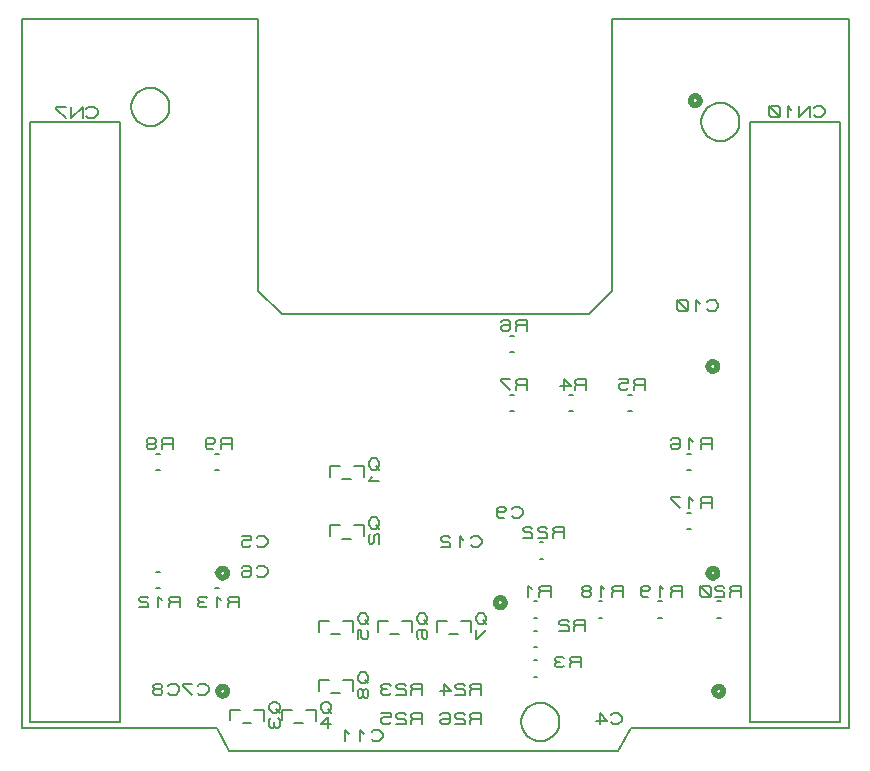
<source format=gbr>
G04 PROTEUS GERBER X2 FILE*
%TF.GenerationSoftware,Labcenter,Proteus,8.12-SP0-Build30713*%
%TF.CreationDate,2021-08-02T00:20:26+00:00*%
%TF.FileFunction,Legend,Bot*%
%TF.FilePolarity,Positive*%
%TF.Part,Single*%
%TF.SameCoordinates,{4cff7d1c-7656-49df-93de-6e2fb68f4e0e}*%
%FSLAX45Y45*%
%MOMM*%
G01*
%TA.AperFunction,Profile*%
%ADD21C,0.203200*%
%TA.AperFunction,Material*%
%ADD25C,0.203200*%
%ADD29C,0.508000*%
%ADD27C,0.200000*%
%TD.AperFunction*%
D21*
X+0Y+0D02*
X+1650000Y+0D01*
X+7000000Y+0D02*
X+7000000Y+6000000D01*
X+5000000Y+6000000D01*
X+5000000Y+3700000D01*
X+4800000Y+3500000D01*
X+2200000Y+3500000D01*
X+2000000Y+3700000D02*
X+2000000Y+6000000D01*
X+0Y+6000000D01*
X+0Y+0D01*
X+2000000Y+3700000D02*
X+2200000Y+3500000D01*
X+5160000Y+0D02*
X+7000000Y+0D01*
X+1750000Y-200000D02*
X+5050000Y-200000D01*
X+1650000Y+0D02*
X+1750000Y-200000D01*
X+5160000Y+0D02*
X+5050000Y-200000D01*
X+4550045Y+50000D02*
X+4549508Y+63142D01*
X+4545144Y+89427D01*
X+4536029Y+115712D01*
X+4521182Y+141997D01*
X+4498470Y+168118D01*
X+4472185Y+187898D01*
X+4445900Y+200658D01*
X+4419615Y+208108D01*
X+4393330Y+210987D01*
X+4389000Y+211045D01*
X+4227955Y+50000D02*
X+4228492Y+63142D01*
X+4232856Y+89427D01*
X+4241971Y+115712D01*
X+4256818Y+141997D01*
X+4279530Y+168118D01*
X+4305815Y+187898D01*
X+4332100Y+200658D01*
X+4358385Y+208108D01*
X+4384670Y+210987D01*
X+4389000Y+211045D01*
X+4227955Y+50000D02*
X+4228492Y+36858D01*
X+4232856Y+10573D01*
X+4241971Y-15712D01*
X+4256818Y-41997D01*
X+4279530Y-68118D01*
X+4305815Y-87898D01*
X+4332100Y-100658D01*
X+4358385Y-108108D01*
X+4384670Y-110987D01*
X+4389000Y-111045D01*
X+4550045Y+50000D02*
X+4549508Y+36858D01*
X+4545144Y+10573D01*
X+4536029Y-15712D01*
X+4521182Y-41997D01*
X+4498470Y-68118D01*
X+4472185Y-87898D01*
X+4445900Y-100658D01*
X+4419615Y-108108D01*
X+4393330Y-110987D01*
X+4389000Y-111045D01*
X+6074045Y+5130000D02*
X+6073508Y+5143142D01*
X+6069144Y+5169427D01*
X+6060029Y+5195712D01*
X+6045182Y+5221997D01*
X+6022470Y+5248118D01*
X+5996185Y+5267898D01*
X+5969900Y+5280658D01*
X+5943615Y+5288108D01*
X+5917330Y+5290987D01*
X+5913000Y+5291045D01*
X+5751955Y+5130000D02*
X+5752492Y+5143142D01*
X+5756856Y+5169427D01*
X+5765971Y+5195712D01*
X+5780818Y+5221997D01*
X+5803530Y+5248118D01*
X+5829815Y+5267898D01*
X+5856100Y+5280658D01*
X+5882385Y+5288108D01*
X+5908670Y+5290987D01*
X+5913000Y+5291045D01*
X+5751955Y+5130000D02*
X+5752492Y+5116858D01*
X+5756856Y+5090573D01*
X+5765971Y+5064288D01*
X+5780818Y+5038003D01*
X+5803530Y+5011882D01*
X+5829815Y+4992102D01*
X+5856100Y+4979342D01*
X+5882385Y+4971892D01*
X+5908670Y+4969013D01*
X+5913000Y+4968955D01*
X+6074045Y+5130000D02*
X+6073508Y+5116858D01*
X+6069144Y+5090573D01*
X+6060029Y+5064288D01*
X+6045182Y+5038003D01*
X+6022470Y+5011882D01*
X+5996185Y+4992102D01*
X+5969900Y+4979342D01*
X+5943615Y+4971892D01*
X+5917330Y+4969013D01*
X+5913000Y+4968955D01*
X+1248045Y+5257000D02*
X+1247508Y+5270142D01*
X+1243144Y+5296427D01*
X+1234029Y+5322712D01*
X+1219182Y+5348997D01*
X+1196470Y+5375118D01*
X+1170185Y+5394898D01*
X+1143900Y+5407658D01*
X+1117615Y+5415108D01*
X+1091330Y+5417987D01*
X+1087000Y+5418045D01*
X+925955Y+5257000D02*
X+926492Y+5270142D01*
X+930856Y+5296427D01*
X+939971Y+5322712D01*
X+954818Y+5348997D01*
X+977530Y+5375118D01*
X+1003815Y+5394898D01*
X+1030100Y+5407658D01*
X+1056385Y+5415108D01*
X+1082670Y+5417987D01*
X+1087000Y+5418045D01*
X+925955Y+5257000D02*
X+926492Y+5243858D01*
X+930856Y+5217573D01*
X+939971Y+5191288D01*
X+954818Y+5165003D01*
X+977530Y+5138882D01*
X+1003815Y+5119102D01*
X+1030100Y+5106342D01*
X+1056385Y+5098892D01*
X+1082670Y+5096013D01*
X+1087000Y+5095955D01*
X+1248045Y+5257000D02*
X+1247508Y+5243858D01*
X+1243144Y+5217573D01*
X+1234029Y+5191288D01*
X+1219182Y+5165003D01*
X+1196470Y+5138882D01*
X+1170185Y+5119102D01*
X+1143900Y+5106342D01*
X+1117615Y+5098892D01*
X+1091330Y+5096013D01*
X+1087000Y+5095955D01*
D25*
X+70000Y+46000D02*
X+830000Y+46000D01*
X+830000Y+5126000D01*
X+70000Y+5126000D01*
X+70000Y+46000D01*
X+545250Y+5181880D02*
X+561125Y+5166640D01*
X+608750Y+5166640D01*
X+640500Y+5197120D01*
X+640500Y+5227600D01*
X+608750Y+5258080D01*
X+561125Y+5258080D01*
X+545250Y+5242840D01*
X+513500Y+5166640D02*
X+513500Y+5258080D01*
X+418250Y+5166640D01*
X+418250Y+5258080D01*
X+370625Y+5258080D02*
X+291250Y+5258080D01*
X+291250Y+5242840D01*
X+370625Y+5166640D01*
X+6166000Y+50000D02*
X+6926000Y+50000D01*
X+6926000Y+5130000D01*
X+6166000Y+5130000D01*
X+6166000Y+50000D01*
X+6704750Y+5185880D02*
X+6720625Y+5170640D01*
X+6768250Y+5170640D01*
X+6800000Y+5201120D01*
X+6800000Y+5231600D01*
X+6768250Y+5262080D01*
X+6720625Y+5262080D01*
X+6704750Y+5246840D01*
X+6673000Y+5170640D02*
X+6673000Y+5262080D01*
X+6577750Y+5170640D01*
X+6577750Y+5262080D01*
X+6514250Y+5231600D02*
X+6482500Y+5262080D01*
X+6482500Y+5170640D01*
X+6419000Y+5185880D02*
X+6419000Y+5246840D01*
X+6403125Y+5262080D01*
X+6339625Y+5262080D01*
X+6323750Y+5246840D01*
X+6323750Y+5185880D01*
X+6339625Y+5170640D01*
X+6403125Y+5170640D01*
X+6419000Y+5185880D01*
X+6419000Y+5170640D02*
X+6323750Y+5262080D01*
D29*
X+5938100Y+309500D02*
X+5937969Y+312658D01*
X+5936903Y+318976D01*
X+5934672Y+325294D01*
X+5931027Y+331612D01*
X+5925452Y+337851D01*
X+5919134Y+342447D01*
X+5912816Y+345380D01*
X+5906498Y+347042D01*
X+5900180Y+347600D01*
X+5900000Y+347600D01*
X+5861900Y+309500D02*
X+5862031Y+312658D01*
X+5863097Y+318976D01*
X+5865328Y+325294D01*
X+5868973Y+331612D01*
X+5874548Y+337851D01*
X+5880866Y+342447D01*
X+5887184Y+345380D01*
X+5893502Y+347042D01*
X+5899820Y+347600D01*
X+5900000Y+347600D01*
X+5861900Y+309500D02*
X+5862031Y+306342D01*
X+5863097Y+300024D01*
X+5865328Y+293706D01*
X+5868973Y+287388D01*
X+5874548Y+281149D01*
X+5880866Y+276553D01*
X+5887184Y+273620D01*
X+5893502Y+271958D01*
X+5899820Y+271400D01*
X+5900000Y+271400D01*
X+5938100Y+309500D02*
X+5937969Y+306342D01*
X+5936903Y+300024D01*
X+5934672Y+293706D01*
X+5931027Y+287388D01*
X+5925452Y+281149D01*
X+5919134Y+276553D01*
X+5912816Y+273620D01*
X+5906498Y+271958D01*
X+5900180Y+271400D01*
X+5900000Y+271400D01*
X+5888100Y+1309500D02*
X+5887969Y+1312658D01*
X+5886903Y+1318976D01*
X+5884672Y+1325294D01*
X+5881027Y+1331612D01*
X+5875452Y+1337851D01*
X+5869134Y+1342447D01*
X+5862816Y+1345380D01*
X+5856498Y+1347042D01*
X+5850180Y+1347600D01*
X+5850000Y+1347600D01*
X+5811900Y+1309500D02*
X+5812031Y+1312658D01*
X+5813097Y+1318976D01*
X+5815328Y+1325294D01*
X+5818973Y+1331612D01*
X+5824548Y+1337851D01*
X+5830866Y+1342447D01*
X+5837184Y+1345380D01*
X+5843502Y+1347042D01*
X+5849820Y+1347600D01*
X+5850000Y+1347600D01*
X+5811900Y+1309500D02*
X+5812031Y+1306342D01*
X+5813097Y+1300024D01*
X+5815328Y+1293706D01*
X+5818973Y+1287388D01*
X+5824548Y+1281149D01*
X+5830866Y+1276553D01*
X+5837184Y+1273620D01*
X+5843502Y+1271958D01*
X+5849820Y+1271400D01*
X+5850000Y+1271400D01*
X+5888100Y+1309500D02*
X+5887969Y+1306342D01*
X+5886903Y+1300024D01*
X+5884672Y+1293706D01*
X+5881027Y+1287388D01*
X+5875452Y+1281149D01*
X+5869134Y+1276553D01*
X+5862816Y+1273620D01*
X+5856498Y+1271958D01*
X+5850180Y+1271400D01*
X+5850000Y+1271400D01*
X+5888100Y+3059500D02*
X+5887969Y+3062658D01*
X+5886903Y+3068976D01*
X+5884672Y+3075294D01*
X+5881027Y+3081612D01*
X+5875452Y+3087851D01*
X+5869134Y+3092447D01*
X+5862816Y+3095380D01*
X+5856498Y+3097042D01*
X+5850180Y+3097600D01*
X+5850000Y+3097600D01*
X+5811900Y+3059500D02*
X+5812031Y+3062658D01*
X+5813097Y+3068976D01*
X+5815328Y+3075294D01*
X+5818973Y+3081612D01*
X+5824548Y+3087851D01*
X+5830866Y+3092447D01*
X+5837184Y+3095380D01*
X+5843502Y+3097042D01*
X+5849820Y+3097600D01*
X+5850000Y+3097600D01*
X+5811900Y+3059500D02*
X+5812031Y+3056342D01*
X+5813097Y+3050024D01*
X+5815328Y+3043706D01*
X+5818973Y+3037388D01*
X+5824548Y+3031149D01*
X+5830866Y+3026553D01*
X+5837184Y+3023620D01*
X+5843502Y+3021958D01*
X+5849820Y+3021400D01*
X+5850000Y+3021400D01*
X+5888100Y+3059500D02*
X+5887969Y+3056342D01*
X+5886903Y+3050024D01*
X+5884672Y+3043706D01*
X+5881027Y+3037388D01*
X+5875452Y+3031149D01*
X+5869134Y+3026553D01*
X+5862816Y+3023620D01*
X+5856498Y+3021958D01*
X+5850180Y+3021400D01*
X+5850000Y+3021400D01*
X+1738100Y+1309500D02*
X+1737969Y+1312658D01*
X+1736903Y+1318976D01*
X+1734672Y+1325294D01*
X+1731027Y+1331612D01*
X+1725452Y+1337851D01*
X+1719134Y+1342447D01*
X+1712816Y+1345380D01*
X+1706498Y+1347042D01*
X+1700180Y+1347600D01*
X+1700000Y+1347600D01*
X+1661900Y+1309500D02*
X+1662031Y+1312658D01*
X+1663097Y+1318976D01*
X+1665328Y+1325294D01*
X+1668973Y+1331612D01*
X+1674548Y+1337851D01*
X+1680866Y+1342447D01*
X+1687184Y+1345380D01*
X+1693502Y+1347042D01*
X+1699820Y+1347600D01*
X+1700000Y+1347600D01*
X+1661900Y+1309500D02*
X+1662031Y+1306342D01*
X+1663097Y+1300024D01*
X+1665328Y+1293706D01*
X+1668973Y+1287388D01*
X+1674548Y+1281149D01*
X+1680866Y+1276553D01*
X+1687184Y+1273620D01*
X+1693502Y+1271958D01*
X+1699820Y+1271400D01*
X+1700000Y+1271400D01*
X+1738100Y+1309500D02*
X+1737969Y+1306342D01*
X+1736903Y+1300024D01*
X+1734672Y+1293706D01*
X+1731027Y+1287388D01*
X+1725452Y+1281149D01*
X+1719134Y+1276553D01*
X+1712816Y+1273620D01*
X+1706498Y+1271958D01*
X+1700180Y+1271400D01*
X+1700000Y+1271400D01*
X+1738100Y+309500D02*
X+1737969Y+312658D01*
X+1736903Y+318976D01*
X+1734672Y+325294D01*
X+1731027Y+331612D01*
X+1725452Y+337851D01*
X+1719134Y+342447D01*
X+1712816Y+345380D01*
X+1706498Y+347042D01*
X+1700180Y+347600D01*
X+1700000Y+347600D01*
X+1661900Y+309500D02*
X+1662031Y+312658D01*
X+1663097Y+318976D01*
X+1665328Y+325294D01*
X+1668973Y+331612D01*
X+1674548Y+337851D01*
X+1680866Y+342447D01*
X+1687184Y+345380D01*
X+1693502Y+347042D01*
X+1699820Y+347600D01*
X+1700000Y+347600D01*
X+1661900Y+309500D02*
X+1662031Y+306342D01*
X+1663097Y+300024D01*
X+1665328Y+293706D01*
X+1668973Y+287388D01*
X+1674548Y+281149D01*
X+1680866Y+276553D01*
X+1687184Y+273620D01*
X+1693502Y+271958D01*
X+1699820Y+271400D01*
X+1700000Y+271400D01*
X+1738100Y+309500D02*
X+1737969Y+306342D01*
X+1736903Y+300024D01*
X+1734672Y+293706D01*
X+1731027Y+287388D01*
X+1725452Y+281149D01*
X+1719134Y+276553D01*
X+1712816Y+273620D01*
X+1706498Y+271958D01*
X+1700180Y+271400D01*
X+1700000Y+271400D01*
X+4088100Y+1059500D02*
X+4087969Y+1062658D01*
X+4086903Y+1068976D01*
X+4084672Y+1075294D01*
X+4081027Y+1081612D01*
X+4075452Y+1087851D01*
X+4069134Y+1092447D01*
X+4062816Y+1095380D01*
X+4056498Y+1097042D01*
X+4050180Y+1097600D01*
X+4050000Y+1097600D01*
X+4011900Y+1059500D02*
X+4012031Y+1062658D01*
X+4013097Y+1068976D01*
X+4015328Y+1075294D01*
X+4018973Y+1081612D01*
X+4024548Y+1087851D01*
X+4030866Y+1092447D01*
X+4037184Y+1095380D01*
X+4043502Y+1097042D01*
X+4049820Y+1097600D01*
X+4050000Y+1097600D01*
X+4011900Y+1059500D02*
X+4012031Y+1056342D01*
X+4013097Y+1050024D01*
X+4015328Y+1043706D01*
X+4018973Y+1037388D01*
X+4024548Y+1031149D01*
X+4030866Y+1026553D01*
X+4037184Y+1023620D01*
X+4043502Y+1021958D01*
X+4049820Y+1021400D01*
X+4050000Y+1021400D01*
X+4088100Y+1059500D02*
X+4087969Y+1056342D01*
X+4086903Y+1050024D01*
X+4084672Y+1043706D01*
X+4081027Y+1037388D01*
X+4075452Y+1031149D01*
X+4069134Y+1026553D01*
X+4062816Y+1023620D01*
X+4056498Y+1021958D01*
X+4050180Y+1021400D01*
X+4050000Y+1021400D01*
X+5738100Y+5309500D02*
X+5737969Y+5312658D01*
X+5736903Y+5318976D01*
X+5734672Y+5325294D01*
X+5731027Y+5331612D01*
X+5725452Y+5337851D01*
X+5719134Y+5342447D01*
X+5712816Y+5345380D01*
X+5706498Y+5347042D01*
X+5700180Y+5347600D01*
X+5700000Y+5347600D01*
X+5661900Y+5309500D02*
X+5662031Y+5312658D01*
X+5663097Y+5318976D01*
X+5665328Y+5325294D01*
X+5668973Y+5331612D01*
X+5674548Y+5337851D01*
X+5680866Y+5342447D01*
X+5687184Y+5345380D01*
X+5693502Y+5347042D01*
X+5699820Y+5347600D01*
X+5700000Y+5347600D01*
X+5661900Y+5309500D02*
X+5662031Y+5306342D01*
X+5663097Y+5300024D01*
X+5665328Y+5293706D01*
X+5668973Y+5287388D01*
X+5674548Y+5281149D01*
X+5680866Y+5276553D01*
X+5687184Y+5273620D01*
X+5693502Y+5271958D01*
X+5699820Y+5271400D01*
X+5700000Y+5271400D01*
X+5738100Y+5309500D02*
X+5737969Y+5306342D01*
X+5736903Y+5300024D01*
X+5734672Y+5293706D01*
X+5731027Y+5287388D01*
X+5725452Y+5281149D01*
X+5719134Y+5276553D01*
X+5712816Y+5273620D01*
X+5706498Y+5271958D01*
X+5700180Y+5271400D01*
X+5700000Y+5271400D01*
D27*
X+4365000Y+930000D02*
X+4335000Y+930000D01*
X+4365000Y+1070000D02*
X+4335000Y+1070000D01*
D25*
X+4477000Y+1110480D02*
X+4477000Y+1201920D01*
X+4397625Y+1201920D01*
X+4381750Y+1186680D01*
X+4381750Y+1171440D01*
X+4397625Y+1156200D01*
X+4477000Y+1156200D01*
X+4397625Y+1156200D02*
X+4381750Y+1140960D01*
X+4381750Y+1110480D01*
X+4318250Y+1171440D02*
X+4286500Y+1201920D01*
X+4286500Y+1110480D01*
D27*
X+4365000Y+680000D02*
X+4335000Y+680000D01*
X+4365000Y+820000D02*
X+4335000Y+820000D01*
D25*
X+4770500Y+821980D02*
X+4770500Y+913420D01*
X+4691125Y+913420D01*
X+4675250Y+898180D01*
X+4675250Y+882940D01*
X+4691125Y+867700D01*
X+4770500Y+867700D01*
X+4691125Y+867700D02*
X+4675250Y+852460D01*
X+4675250Y+821980D01*
X+4627625Y+898180D02*
X+4611750Y+913420D01*
X+4564125Y+913420D01*
X+4548250Y+898180D01*
X+4548250Y+882940D01*
X+4564125Y+867700D01*
X+4611750Y+867700D01*
X+4627625Y+852460D01*
X+4627625Y+821980D01*
X+4548250Y+821980D01*
D27*
X+4365000Y+430000D02*
X+4335000Y+430000D01*
X+4365000Y+570000D02*
X+4335000Y+570000D01*
D25*
X+4733500Y+510980D02*
X+4733500Y+602420D01*
X+4654125Y+602420D01*
X+4638250Y+587180D01*
X+4638250Y+571940D01*
X+4654125Y+556700D01*
X+4733500Y+556700D01*
X+4654125Y+556700D02*
X+4638250Y+541460D01*
X+4638250Y+510980D01*
X+4590625Y+587180D02*
X+4574750Y+602420D01*
X+4527125Y+602420D01*
X+4511250Y+587180D01*
X+4511250Y+571940D01*
X+4527125Y+556700D01*
X+4511250Y+541460D01*
X+4511250Y+526220D01*
X+4527125Y+510980D01*
X+4574750Y+510980D01*
X+4590625Y+526220D01*
X+4558875Y+556700D02*
X+4527125Y+556700D01*
D27*
X+4665000Y+2680000D02*
X+4635000Y+2680000D01*
X+4665000Y+2820000D02*
X+4635000Y+2820000D01*
D25*
X+4777000Y+2860480D02*
X+4777000Y+2951920D01*
X+4697625Y+2951920D01*
X+4681750Y+2936680D01*
X+4681750Y+2921440D01*
X+4697625Y+2906200D01*
X+4777000Y+2906200D01*
X+4697625Y+2906200D02*
X+4681750Y+2890960D01*
X+4681750Y+2860480D01*
X+4554750Y+2890960D02*
X+4650000Y+2890960D01*
X+4586500Y+2951920D01*
X+4586500Y+2860480D01*
D27*
X+5165000Y+2680000D02*
X+5135000Y+2680000D01*
X+5165000Y+2820000D02*
X+5135000Y+2820000D01*
D25*
X+5277000Y+2860480D02*
X+5277000Y+2951920D01*
X+5197625Y+2951920D01*
X+5181750Y+2936680D01*
X+5181750Y+2921440D01*
X+5197625Y+2906200D01*
X+5277000Y+2906200D01*
X+5197625Y+2906200D02*
X+5181750Y+2890960D01*
X+5181750Y+2860480D01*
X+5054750Y+2951920D02*
X+5134125Y+2951920D01*
X+5134125Y+2921440D01*
X+5070625Y+2921440D01*
X+5054750Y+2906200D01*
X+5054750Y+2875720D01*
X+5070625Y+2860480D01*
X+5118250Y+2860480D01*
X+5134125Y+2875720D01*
D27*
X+4165000Y+3180000D02*
X+4135000Y+3180000D01*
X+4165000Y+3320000D02*
X+4135000Y+3320000D01*
D25*
X+4277000Y+3360480D02*
X+4277000Y+3451920D01*
X+4197625Y+3451920D01*
X+4181750Y+3436680D01*
X+4181750Y+3421440D01*
X+4197625Y+3406200D01*
X+4277000Y+3406200D01*
X+4197625Y+3406200D02*
X+4181750Y+3390960D01*
X+4181750Y+3360480D01*
X+4054750Y+3436680D02*
X+4070625Y+3451920D01*
X+4118250Y+3451920D01*
X+4134125Y+3436680D01*
X+4134125Y+3375720D01*
X+4118250Y+3360480D01*
X+4070625Y+3360480D01*
X+4054750Y+3375720D01*
X+4054750Y+3390960D01*
X+4070625Y+3406200D01*
X+4134125Y+3406200D01*
D27*
X+4165000Y+2680000D02*
X+4135000Y+2680000D01*
X+4165000Y+2820000D02*
X+4135000Y+2820000D01*
D25*
X+4277000Y+2860480D02*
X+4277000Y+2951920D01*
X+4197625Y+2951920D01*
X+4181750Y+2936680D01*
X+4181750Y+2921440D01*
X+4197625Y+2906200D01*
X+4277000Y+2906200D01*
X+4197625Y+2906200D02*
X+4181750Y+2890960D01*
X+4181750Y+2860480D01*
X+4134125Y+2951920D02*
X+4054750Y+2951920D01*
X+4054750Y+2936680D01*
X+4134125Y+2860480D01*
D27*
X+1165000Y+2180000D02*
X+1135000Y+2180000D01*
X+1165000Y+2320000D02*
X+1135000Y+2320000D01*
D25*
X+1277000Y+2360480D02*
X+1277000Y+2451920D01*
X+1197625Y+2451920D01*
X+1181750Y+2436680D01*
X+1181750Y+2421440D01*
X+1197625Y+2406200D01*
X+1277000Y+2406200D01*
X+1197625Y+2406200D02*
X+1181750Y+2390960D01*
X+1181750Y+2360480D01*
X+1118250Y+2406200D02*
X+1134125Y+2421440D01*
X+1134125Y+2436680D01*
X+1118250Y+2451920D01*
X+1070625Y+2451920D01*
X+1054750Y+2436680D01*
X+1054750Y+2421440D01*
X+1070625Y+2406200D01*
X+1118250Y+2406200D01*
X+1134125Y+2390960D01*
X+1134125Y+2375720D01*
X+1118250Y+2360480D01*
X+1070625Y+2360480D01*
X+1054750Y+2375720D01*
X+1054750Y+2390960D01*
X+1070625Y+2406200D01*
D27*
X+1665000Y+2180000D02*
X+1635000Y+2180000D01*
X+1665000Y+2320000D02*
X+1635000Y+2320000D01*
D25*
X+1777000Y+2360480D02*
X+1777000Y+2451920D01*
X+1697625Y+2451920D01*
X+1681750Y+2436680D01*
X+1681750Y+2421440D01*
X+1697625Y+2406200D01*
X+1777000Y+2406200D01*
X+1697625Y+2406200D02*
X+1681750Y+2390960D01*
X+1681750Y+2360480D01*
X+1554750Y+2421440D02*
X+1570625Y+2406200D01*
X+1618250Y+2406200D01*
X+1634125Y+2421440D01*
X+1634125Y+2436680D01*
X+1618250Y+2451920D01*
X+1570625Y+2451920D01*
X+1554750Y+2436680D01*
X+1554750Y+2375720D01*
X+1570625Y+2360480D01*
X+1618250Y+2360480D01*
D27*
X+1165000Y+1180000D02*
X+1135000Y+1180000D01*
X+1165000Y+1320000D02*
X+1135000Y+1320000D01*
D25*
X+1340500Y+1018980D02*
X+1340500Y+1110420D01*
X+1261125Y+1110420D01*
X+1245250Y+1095180D01*
X+1245250Y+1079940D01*
X+1261125Y+1064700D01*
X+1340500Y+1064700D01*
X+1261125Y+1064700D02*
X+1245250Y+1049460D01*
X+1245250Y+1018980D01*
X+1181750Y+1079940D02*
X+1150000Y+1110420D01*
X+1150000Y+1018980D01*
X+1070625Y+1095180D02*
X+1054750Y+1110420D01*
X+1007125Y+1110420D01*
X+991250Y+1095180D01*
X+991250Y+1079940D01*
X+1007125Y+1064700D01*
X+1054750Y+1064700D01*
X+1070625Y+1049460D01*
X+1070625Y+1018980D01*
X+991250Y+1018980D01*
D27*
X+1665000Y+1180000D02*
X+1635000Y+1180000D01*
X+1665000Y+1320000D02*
X+1635000Y+1320000D01*
D25*
X+1840500Y+1018980D02*
X+1840500Y+1110420D01*
X+1761125Y+1110420D01*
X+1745250Y+1095180D01*
X+1745250Y+1079940D01*
X+1761125Y+1064700D01*
X+1840500Y+1064700D01*
X+1761125Y+1064700D02*
X+1745250Y+1049460D01*
X+1745250Y+1018980D01*
X+1681750Y+1079940D02*
X+1650000Y+1110420D01*
X+1650000Y+1018980D01*
X+1570625Y+1095180D02*
X+1554750Y+1110420D01*
X+1507125Y+1110420D01*
X+1491250Y+1095180D01*
X+1491250Y+1079940D01*
X+1507125Y+1064700D01*
X+1491250Y+1049460D01*
X+1491250Y+1034220D01*
X+1507125Y+1018980D01*
X+1554750Y+1018980D01*
X+1570625Y+1034220D01*
X+1538875Y+1064700D02*
X+1507125Y+1064700D01*
X+2605220Y+2214440D02*
X+2694120Y+2214440D01*
X+2711900Y+2102680D02*
X+2783020Y+2102680D01*
X+2605220Y+2214440D02*
X+2605220Y+2123000D01*
X+2894780Y+2120460D02*
X+2894780Y+2214440D01*
X+2808420Y+2214440D01*
X+2965900Y+2281750D02*
X+2935420Y+2250000D01*
X+2935420Y+2218250D01*
X+2965900Y+2186500D01*
X+2996380Y+2186500D01*
X+3026860Y+2218250D01*
X+3026860Y+2250000D01*
X+2996380Y+2281750D01*
X+2965900Y+2281750D01*
X+2996380Y+2218250D02*
X+3026860Y+2186500D01*
X+2965900Y+2123000D02*
X+2935420Y+2091250D01*
X+3026860Y+2091250D01*
X+2605220Y+1714440D02*
X+2694120Y+1714440D01*
X+2711900Y+1602680D02*
X+2783020Y+1602680D01*
X+2605220Y+1714440D02*
X+2605220Y+1623000D01*
X+2894780Y+1620460D02*
X+2894780Y+1714440D01*
X+2808420Y+1714440D01*
X+2965900Y+1781750D02*
X+2935420Y+1750000D01*
X+2935420Y+1718250D01*
X+2965900Y+1686500D01*
X+2996380Y+1686500D01*
X+3026860Y+1718250D01*
X+3026860Y+1750000D01*
X+2996380Y+1781750D01*
X+2965900Y+1781750D01*
X+2996380Y+1718250D02*
X+3026860Y+1686500D01*
X+2950660Y+1638875D02*
X+2935420Y+1623000D01*
X+2935420Y+1575375D01*
X+2950660Y+1559500D01*
X+2965900Y+1559500D01*
X+2981140Y+1575375D01*
X+2981140Y+1623000D01*
X+2996380Y+1638875D01*
X+3026860Y+1638875D01*
X+3026860Y+1559500D01*
X+1761240Y+154940D02*
X+1850140Y+154940D01*
X+1867920Y+43180D02*
X+1939040Y+43180D01*
X+1761240Y+154940D02*
X+1761240Y+63500D01*
X+2050800Y+60960D02*
X+2050800Y+154940D01*
X+1964440Y+154940D01*
X+2121920Y+222250D02*
X+2091440Y+190500D01*
X+2091440Y+158750D01*
X+2121920Y+127000D01*
X+2152400Y+127000D01*
X+2182880Y+158750D01*
X+2182880Y+190500D01*
X+2152400Y+222250D01*
X+2121920Y+222250D01*
X+2152400Y+158750D02*
X+2182880Y+127000D01*
X+2106680Y+79375D02*
X+2091440Y+63500D01*
X+2091440Y+15875D01*
X+2106680Y+0D01*
X+2121920Y+0D01*
X+2137160Y+15875D01*
X+2152400Y+0D01*
X+2167640Y+0D01*
X+2182880Y+15875D01*
X+2182880Y+63500D01*
X+2167640Y+79375D01*
X+2137160Y+47625D02*
X+2137160Y+15875D01*
X+2199200Y+154940D02*
X+2288100Y+154940D01*
X+2305880Y+43180D02*
X+2377000Y+43180D01*
X+2199200Y+154940D02*
X+2199200Y+63500D01*
X+2488760Y+60960D02*
X+2488760Y+154940D01*
X+2402400Y+154940D01*
X+2559880Y+222250D02*
X+2529400Y+190500D01*
X+2529400Y+158750D01*
X+2559880Y+127000D01*
X+2590360Y+127000D01*
X+2620840Y+158750D01*
X+2620840Y+190500D01*
X+2590360Y+222250D01*
X+2559880Y+222250D01*
X+2590360Y+158750D02*
X+2620840Y+127000D01*
X+2590360Y+0D02*
X+2590360Y+95250D01*
X+2529400Y+31750D01*
X+2620840Y+31750D01*
X+4986750Y+45720D02*
X+5002625Y+30480D01*
X+5050250Y+30480D01*
X+5082000Y+60960D01*
X+5082000Y+91440D01*
X+5050250Y+121920D01*
X+5002625Y+121920D01*
X+4986750Y+106680D01*
X+4859750Y+60960D02*
X+4955000Y+60960D01*
X+4891500Y+121920D01*
X+4891500Y+30480D01*
X+1986750Y+1545720D02*
X+2002625Y+1530480D01*
X+2050250Y+1530480D01*
X+2082000Y+1560960D01*
X+2082000Y+1591440D01*
X+2050250Y+1621920D01*
X+2002625Y+1621920D01*
X+1986750Y+1606680D01*
X+1859750Y+1621920D02*
X+1939125Y+1621920D01*
X+1939125Y+1591440D01*
X+1875625Y+1591440D01*
X+1859750Y+1576200D01*
X+1859750Y+1545720D01*
X+1875625Y+1530480D01*
X+1923250Y+1530480D01*
X+1939125Y+1545720D01*
X+1986750Y+1295720D02*
X+2002625Y+1280480D01*
X+2050250Y+1280480D01*
X+2082000Y+1310960D01*
X+2082000Y+1341440D01*
X+2050250Y+1371920D01*
X+2002625Y+1371920D01*
X+1986750Y+1356680D01*
X+1859750Y+1356680D02*
X+1875625Y+1371920D01*
X+1923250Y+1371920D01*
X+1939125Y+1356680D01*
X+1939125Y+1295720D01*
X+1923250Y+1280480D01*
X+1875625Y+1280480D01*
X+1859750Y+1295720D01*
X+1859750Y+1310960D01*
X+1875625Y+1326200D01*
X+1939125Y+1326200D01*
X+1486750Y+295720D02*
X+1502625Y+280480D01*
X+1550250Y+280480D01*
X+1582000Y+310960D01*
X+1582000Y+341440D01*
X+1550250Y+371920D01*
X+1502625Y+371920D01*
X+1486750Y+356680D01*
X+1439125Y+371920D02*
X+1359750Y+371920D01*
X+1359750Y+356680D01*
X+1439125Y+280480D01*
X+1236750Y+295720D02*
X+1252625Y+280480D01*
X+1300250Y+280480D01*
X+1332000Y+310960D01*
X+1332000Y+341440D01*
X+1300250Y+371920D01*
X+1252625Y+371920D01*
X+1236750Y+356680D01*
X+1173250Y+326200D02*
X+1189125Y+341440D01*
X+1189125Y+356680D01*
X+1173250Y+371920D01*
X+1125625Y+371920D01*
X+1109750Y+356680D01*
X+1109750Y+341440D01*
X+1125625Y+326200D01*
X+1173250Y+326200D01*
X+1189125Y+310960D01*
X+1189125Y+295720D01*
X+1173250Y+280480D01*
X+1125625Y+280480D01*
X+1109750Y+295720D01*
X+1109750Y+310960D01*
X+1125625Y+326200D01*
D27*
X+5665000Y+2180000D02*
X+5635000Y+2180000D01*
X+5665000Y+2320000D02*
X+5635000Y+2320000D01*
D25*
X+5840500Y+2360480D02*
X+5840500Y+2451920D01*
X+5761125Y+2451920D01*
X+5745250Y+2436680D01*
X+5745250Y+2421440D01*
X+5761125Y+2406200D01*
X+5840500Y+2406200D01*
X+5761125Y+2406200D02*
X+5745250Y+2390960D01*
X+5745250Y+2360480D01*
X+5681750Y+2421440D02*
X+5650000Y+2451920D01*
X+5650000Y+2360480D01*
X+5491250Y+2436680D02*
X+5507125Y+2451920D01*
X+5554750Y+2451920D01*
X+5570625Y+2436680D01*
X+5570625Y+2375720D01*
X+5554750Y+2360480D01*
X+5507125Y+2360480D01*
X+5491250Y+2375720D01*
X+5491250Y+2390960D01*
X+5507125Y+2406200D01*
X+5570625Y+2406200D01*
D27*
X+5665000Y+1680000D02*
X+5635000Y+1680000D01*
X+5665000Y+1820000D02*
X+5635000Y+1820000D01*
D25*
X+5840500Y+1860480D02*
X+5840500Y+1951920D01*
X+5761125Y+1951920D01*
X+5745250Y+1936680D01*
X+5745250Y+1921440D01*
X+5761125Y+1906200D01*
X+5840500Y+1906200D01*
X+5761125Y+1906200D02*
X+5745250Y+1890960D01*
X+5745250Y+1860480D01*
X+5681750Y+1921440D02*
X+5650000Y+1951920D01*
X+5650000Y+1860480D01*
X+5570625Y+1951920D02*
X+5491250Y+1951920D01*
X+5491250Y+1936680D01*
X+5570625Y+1860480D01*
D27*
X+4915000Y+930000D02*
X+4885000Y+930000D01*
X+4915000Y+1070000D02*
X+4885000Y+1070000D01*
D25*
X+5090500Y+1110480D02*
X+5090500Y+1201920D01*
X+5011125Y+1201920D01*
X+4995250Y+1186680D01*
X+4995250Y+1171440D01*
X+5011125Y+1156200D01*
X+5090500Y+1156200D01*
X+5011125Y+1156200D02*
X+4995250Y+1140960D01*
X+4995250Y+1110480D01*
X+4931750Y+1171440D02*
X+4900000Y+1201920D01*
X+4900000Y+1110480D01*
X+4804750Y+1156200D02*
X+4820625Y+1171440D01*
X+4820625Y+1186680D01*
X+4804750Y+1201920D01*
X+4757125Y+1201920D01*
X+4741250Y+1186680D01*
X+4741250Y+1171440D01*
X+4757125Y+1156200D01*
X+4804750Y+1156200D01*
X+4820625Y+1140960D01*
X+4820625Y+1125720D01*
X+4804750Y+1110480D01*
X+4757125Y+1110480D01*
X+4741250Y+1125720D01*
X+4741250Y+1140960D01*
X+4757125Y+1156200D01*
D27*
X+5415000Y+930000D02*
X+5385000Y+930000D01*
X+5415000Y+1070000D02*
X+5385000Y+1070000D01*
D25*
X+5590500Y+1110480D02*
X+5590500Y+1201920D01*
X+5511125Y+1201920D01*
X+5495250Y+1186680D01*
X+5495250Y+1171440D01*
X+5511125Y+1156200D01*
X+5590500Y+1156200D01*
X+5511125Y+1156200D02*
X+5495250Y+1140960D01*
X+5495250Y+1110480D01*
X+5431750Y+1171440D02*
X+5400000Y+1201920D01*
X+5400000Y+1110480D01*
X+5241250Y+1171440D02*
X+5257125Y+1156200D01*
X+5304750Y+1156200D01*
X+5320625Y+1171440D01*
X+5320625Y+1186680D01*
X+5304750Y+1201920D01*
X+5257125Y+1201920D01*
X+5241250Y+1186680D01*
X+5241250Y+1125720D01*
X+5257125Y+1110480D01*
X+5304750Y+1110480D01*
D27*
X+5915000Y+930000D02*
X+5885000Y+930000D01*
X+5915000Y+1070000D02*
X+5885000Y+1070000D01*
D25*
X+6090500Y+1110480D02*
X+6090500Y+1201920D01*
X+6011125Y+1201920D01*
X+5995250Y+1186680D01*
X+5995250Y+1171440D01*
X+6011125Y+1156200D01*
X+6090500Y+1156200D01*
X+6011125Y+1156200D02*
X+5995250Y+1140960D01*
X+5995250Y+1110480D01*
X+5947625Y+1186680D02*
X+5931750Y+1201920D01*
X+5884125Y+1201920D01*
X+5868250Y+1186680D01*
X+5868250Y+1171440D01*
X+5884125Y+1156200D01*
X+5931750Y+1156200D01*
X+5947625Y+1140960D01*
X+5947625Y+1110480D01*
X+5868250Y+1110480D01*
X+5836500Y+1125720D02*
X+5836500Y+1186680D01*
X+5820625Y+1201920D01*
X+5757125Y+1201920D01*
X+5741250Y+1186680D01*
X+5741250Y+1125720D01*
X+5757125Y+1110480D01*
X+5820625Y+1110480D01*
X+5836500Y+1125720D01*
X+5836500Y+1110480D02*
X+5741250Y+1201920D01*
X+4146750Y+1795720D02*
X+4162625Y+1780480D01*
X+4210250Y+1780480D01*
X+4242000Y+1810960D01*
X+4242000Y+1841440D01*
X+4210250Y+1871920D01*
X+4162625Y+1871920D01*
X+4146750Y+1856680D01*
X+4019750Y+1841440D02*
X+4035625Y+1826200D01*
X+4083250Y+1826200D01*
X+4099125Y+1841440D01*
X+4099125Y+1856680D01*
X+4083250Y+1871920D01*
X+4035625Y+1871920D01*
X+4019750Y+1856680D01*
X+4019750Y+1795720D01*
X+4035625Y+1780480D01*
X+4083250Y+1780480D01*
X+5800250Y+3545720D02*
X+5816125Y+3530480D01*
X+5863750Y+3530480D01*
X+5895500Y+3560960D01*
X+5895500Y+3591440D01*
X+5863750Y+3621920D01*
X+5816125Y+3621920D01*
X+5800250Y+3606680D01*
X+5736750Y+3591440D02*
X+5705000Y+3621920D01*
X+5705000Y+3530480D01*
X+5641500Y+3545720D02*
X+5641500Y+3606680D01*
X+5625625Y+3621920D01*
X+5562125Y+3621920D01*
X+5546250Y+3606680D01*
X+5546250Y+3545720D01*
X+5562125Y+3530480D01*
X+5625625Y+3530480D01*
X+5641500Y+3545720D01*
X+5641500Y+3530480D02*
X+5546250Y+3621920D01*
X+2511240Y+904940D02*
X+2600140Y+904940D01*
X+2617920Y+793180D02*
X+2689040Y+793180D01*
X+2511240Y+904940D02*
X+2511240Y+813500D01*
X+2800800Y+810960D02*
X+2800800Y+904940D01*
X+2714440Y+904940D01*
X+2871920Y+972250D02*
X+2841440Y+940500D01*
X+2841440Y+908750D01*
X+2871920Y+877000D01*
X+2902400Y+877000D01*
X+2932880Y+908750D01*
X+2932880Y+940500D01*
X+2902400Y+972250D01*
X+2871920Y+972250D01*
X+2902400Y+908750D02*
X+2932880Y+877000D01*
X+2841440Y+750000D02*
X+2841440Y+829375D01*
X+2871920Y+829375D01*
X+2871920Y+765875D01*
X+2887160Y+750000D01*
X+2917640Y+750000D01*
X+2932880Y+765875D01*
X+2932880Y+813500D01*
X+2917640Y+829375D01*
X+3011240Y+904940D02*
X+3100140Y+904940D01*
X+3117920Y+793180D02*
X+3189040Y+793180D01*
X+3011240Y+904940D02*
X+3011240Y+813500D01*
X+3300800Y+810960D02*
X+3300800Y+904940D01*
X+3214440Y+904940D01*
X+3371920Y+972250D02*
X+3341440Y+940500D01*
X+3341440Y+908750D01*
X+3371920Y+877000D01*
X+3402400Y+877000D01*
X+3432880Y+908750D01*
X+3432880Y+940500D01*
X+3402400Y+972250D01*
X+3371920Y+972250D01*
X+3402400Y+908750D02*
X+3432880Y+877000D01*
X+3356680Y+750000D02*
X+3341440Y+765875D01*
X+3341440Y+813500D01*
X+3356680Y+829375D01*
X+3417640Y+829375D01*
X+3432880Y+813500D01*
X+3432880Y+765875D01*
X+3417640Y+750000D01*
X+3402400Y+750000D01*
X+3387160Y+765875D01*
X+3387160Y+829375D01*
X+3511240Y+904940D02*
X+3600140Y+904940D01*
X+3617920Y+793180D02*
X+3689040Y+793180D01*
X+3511240Y+904940D02*
X+3511240Y+813500D01*
X+3800800Y+810960D02*
X+3800800Y+904940D01*
X+3714440Y+904940D01*
X+3871920Y+972250D02*
X+3841440Y+940500D01*
X+3841440Y+908750D01*
X+3871920Y+877000D01*
X+3902400Y+877000D01*
X+3932880Y+908750D01*
X+3932880Y+940500D01*
X+3902400Y+972250D01*
X+3871920Y+972250D01*
X+3902400Y+908750D02*
X+3932880Y+877000D01*
X+3841440Y+829375D02*
X+3841440Y+750000D01*
X+3856680Y+750000D01*
X+3932880Y+829375D01*
X+2511240Y+404940D02*
X+2600140Y+404940D01*
X+2617920Y+293180D02*
X+2689040Y+293180D01*
X+2511240Y+404940D02*
X+2511240Y+313500D01*
X+2800800Y+310960D02*
X+2800800Y+404940D01*
X+2714440Y+404940D01*
X+2871920Y+472250D02*
X+2841440Y+440500D01*
X+2841440Y+408750D01*
X+2871920Y+377000D01*
X+2902400Y+377000D01*
X+2932880Y+408750D01*
X+2932880Y+440500D01*
X+2902400Y+472250D01*
X+2871920Y+472250D01*
X+2902400Y+408750D02*
X+2932880Y+377000D01*
X+2887160Y+313500D02*
X+2871920Y+329375D01*
X+2856680Y+329375D01*
X+2841440Y+313500D01*
X+2841440Y+265875D01*
X+2856680Y+250000D01*
X+2871920Y+250000D01*
X+2887160Y+265875D01*
X+2887160Y+313500D01*
X+2902400Y+329375D01*
X+2917640Y+329375D01*
X+2932880Y+313500D01*
X+2932880Y+265875D01*
X+2917640Y+250000D01*
X+2902400Y+250000D01*
X+2887160Y+265875D01*
D27*
X+4415000Y+1430000D02*
X+4385000Y+1430000D01*
X+4415000Y+1570000D02*
X+4385000Y+1570000D01*
D25*
X+4590500Y+1610480D02*
X+4590500Y+1701920D01*
X+4511125Y+1701920D01*
X+4495250Y+1686680D01*
X+4495250Y+1671440D01*
X+4511125Y+1656200D01*
X+4590500Y+1656200D01*
X+4511125Y+1656200D02*
X+4495250Y+1640960D01*
X+4495250Y+1610480D01*
X+4447625Y+1686680D02*
X+4431750Y+1701920D01*
X+4384125Y+1701920D01*
X+4368250Y+1686680D01*
X+4368250Y+1671440D01*
X+4384125Y+1656200D01*
X+4431750Y+1656200D01*
X+4447625Y+1640960D01*
X+4447625Y+1610480D01*
X+4368250Y+1610480D01*
X+4320625Y+1686680D02*
X+4304750Y+1701920D01*
X+4257125Y+1701920D01*
X+4241250Y+1686680D01*
X+4241250Y+1671440D01*
X+4257125Y+1656200D01*
X+4304750Y+1656200D01*
X+4320625Y+1640960D01*
X+4320625Y+1610480D01*
X+4241250Y+1610480D01*
X+3390500Y+280480D02*
X+3390500Y+371920D01*
X+3311125Y+371920D01*
X+3295250Y+356680D01*
X+3295250Y+341440D01*
X+3311125Y+326200D01*
X+3390500Y+326200D01*
X+3311125Y+326200D02*
X+3295250Y+310960D01*
X+3295250Y+280480D01*
X+3247625Y+356680D02*
X+3231750Y+371920D01*
X+3184125Y+371920D01*
X+3168250Y+356680D01*
X+3168250Y+341440D01*
X+3184125Y+326200D01*
X+3231750Y+326200D01*
X+3247625Y+310960D01*
X+3247625Y+280480D01*
X+3168250Y+280480D01*
X+3120625Y+356680D02*
X+3104750Y+371920D01*
X+3057125Y+371920D01*
X+3041250Y+356680D01*
X+3041250Y+341440D01*
X+3057125Y+326200D01*
X+3041250Y+310960D01*
X+3041250Y+295720D01*
X+3057125Y+280480D01*
X+3104750Y+280480D01*
X+3120625Y+295720D01*
X+3088875Y+326200D02*
X+3057125Y+326200D01*
X+3890500Y+280480D02*
X+3890500Y+371920D01*
X+3811125Y+371920D01*
X+3795250Y+356680D01*
X+3795250Y+341440D01*
X+3811125Y+326200D01*
X+3890500Y+326200D01*
X+3811125Y+326200D02*
X+3795250Y+310960D01*
X+3795250Y+280480D01*
X+3747625Y+356680D02*
X+3731750Y+371920D01*
X+3684125Y+371920D01*
X+3668250Y+356680D01*
X+3668250Y+341440D01*
X+3684125Y+326200D01*
X+3731750Y+326200D01*
X+3747625Y+310960D01*
X+3747625Y+280480D01*
X+3668250Y+280480D01*
X+3541250Y+310960D02*
X+3636500Y+310960D01*
X+3573000Y+371920D01*
X+3573000Y+280480D01*
X+3390500Y+30480D02*
X+3390500Y+121920D01*
X+3311125Y+121920D01*
X+3295250Y+106680D01*
X+3295250Y+91440D01*
X+3311125Y+76200D01*
X+3390500Y+76200D01*
X+3311125Y+76200D02*
X+3295250Y+60960D01*
X+3295250Y+30480D01*
X+3247625Y+106680D02*
X+3231750Y+121920D01*
X+3184125Y+121920D01*
X+3168250Y+106680D01*
X+3168250Y+91440D01*
X+3184125Y+76200D01*
X+3231750Y+76200D01*
X+3247625Y+60960D01*
X+3247625Y+30480D01*
X+3168250Y+30480D01*
X+3041250Y+121920D02*
X+3120625Y+121920D01*
X+3120625Y+91440D01*
X+3057125Y+91440D01*
X+3041250Y+76200D01*
X+3041250Y+45720D01*
X+3057125Y+30480D01*
X+3104750Y+30480D01*
X+3120625Y+45720D01*
X+3890500Y+30480D02*
X+3890500Y+121920D01*
X+3811125Y+121920D01*
X+3795250Y+106680D01*
X+3795250Y+91440D01*
X+3811125Y+76200D01*
X+3890500Y+76200D01*
X+3811125Y+76200D02*
X+3795250Y+60960D01*
X+3795250Y+30480D01*
X+3747625Y+106680D02*
X+3731750Y+121920D01*
X+3684125Y+121920D01*
X+3668250Y+106680D01*
X+3668250Y+91440D01*
X+3684125Y+76200D01*
X+3731750Y+76200D01*
X+3747625Y+60960D01*
X+3747625Y+30480D01*
X+3668250Y+30480D01*
X+3541250Y+106680D02*
X+3557125Y+121920D01*
X+3604750Y+121920D01*
X+3620625Y+106680D01*
X+3620625Y+45720D01*
X+3604750Y+30480D01*
X+3557125Y+30480D01*
X+3541250Y+45720D01*
X+3541250Y+60960D01*
X+3557125Y+76200D01*
X+3620625Y+76200D01*
X+2960250Y-96780D02*
X+2976125Y-112020D01*
X+3023750Y-112020D01*
X+3055500Y-81540D01*
X+3055500Y-51060D01*
X+3023750Y-20580D01*
X+2976125Y-20580D01*
X+2960250Y-35820D01*
X+2896750Y-51060D02*
X+2865000Y-20580D01*
X+2865000Y-112020D01*
X+2769750Y-51060D02*
X+2738000Y-20580D01*
X+2738000Y-112020D01*
X+3800250Y+1545720D02*
X+3816125Y+1530480D01*
X+3863750Y+1530480D01*
X+3895500Y+1560960D01*
X+3895500Y+1591440D01*
X+3863750Y+1621920D01*
X+3816125Y+1621920D01*
X+3800250Y+1606680D01*
X+3736750Y+1591440D02*
X+3705000Y+1621920D01*
X+3705000Y+1530480D01*
X+3625625Y+1606680D02*
X+3609750Y+1621920D01*
X+3562125Y+1621920D01*
X+3546250Y+1606680D01*
X+3546250Y+1591440D01*
X+3562125Y+1576200D01*
X+3609750Y+1576200D01*
X+3625625Y+1560960D01*
X+3625625Y+1530480D01*
X+3546250Y+1530480D01*
M02*

</source>
